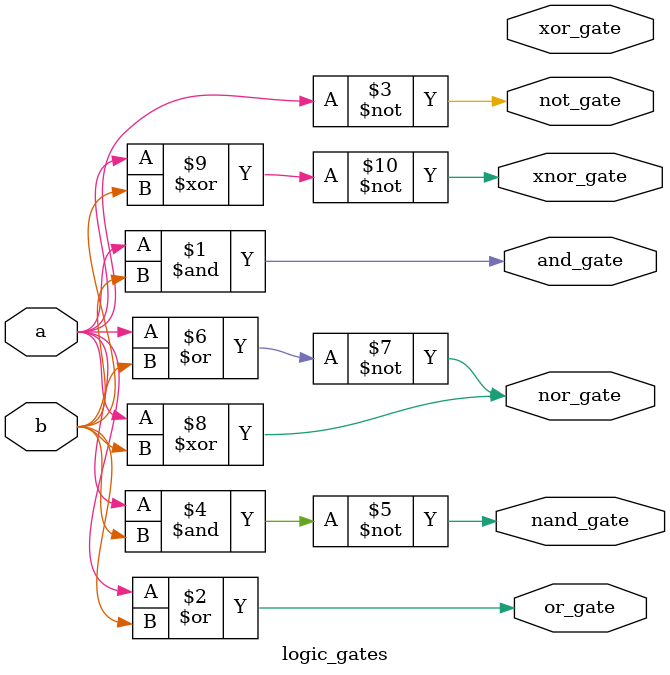
<source format=v>
module logic_gates(input a,b,output reg and_gate,or_gate,not_gate,nand_gate,nor_gate,xor_gate,xnor_gate);
  assign and_gate=a&b;
  assign or_gate=a|b;
  assign not_gate=~a;
  assign nand_gate=~(a&b);
  assign nor_gate=~(a|b);
  assign nor_gate=a^b;
  assign xnor_gate=~(a^b);
endmodule

</source>
